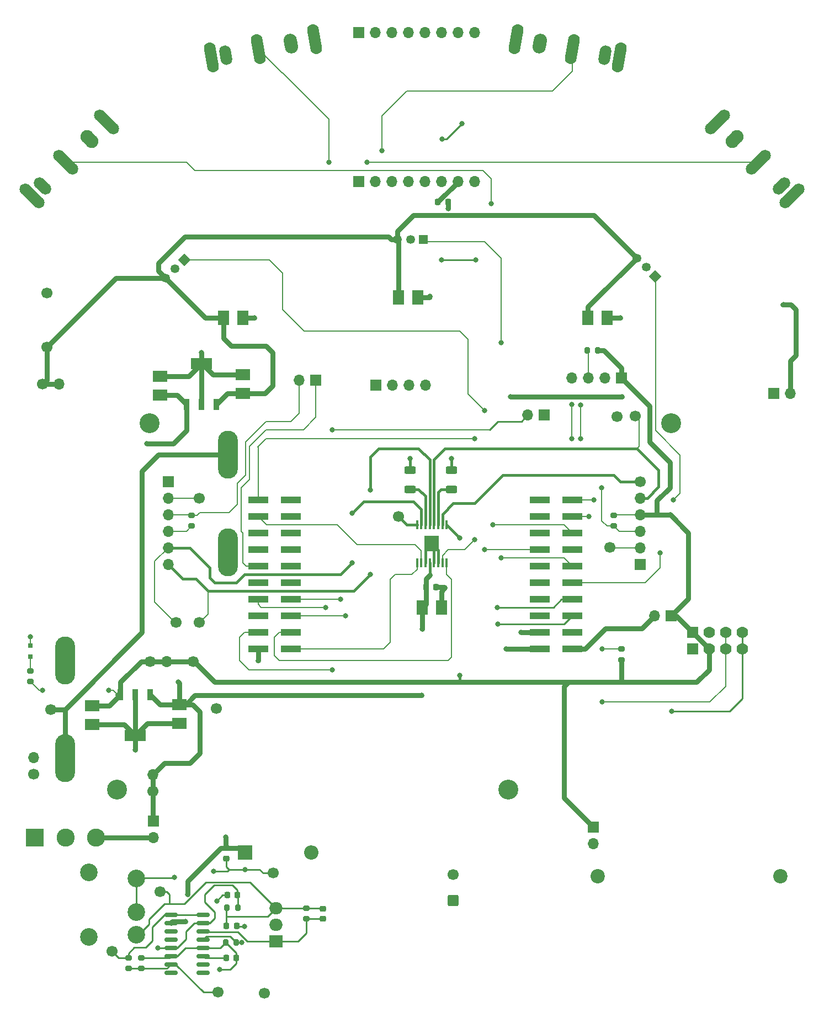
<source format=gtl>
G04 #@! TF.GenerationSoftware,KiCad,Pcbnew,8.0.7*
G04 #@! TF.CreationDate,2025-10-03T10:30:52-04:00*
G04 #@! TF.ProjectId,MotorBoardv3_2,4d6f746f-7242-46f6-9172-6476335f322e,V2.0.2b*
G04 #@! TF.SameCoordinates,Original*
G04 #@! TF.FileFunction,Copper,L1,Top*
G04 #@! TF.FilePolarity,Positive*
%FSLAX46Y46*%
G04 Gerber Fmt 4.6, Leading zero omitted, Abs format (unit mm)*
G04 Created by KiCad (PCBNEW 8.0.7) date 2025-10-03 10:30:52*
%MOMM*%
%LPD*%
G01*
G04 APERTURE LIST*
G04 Aperture macros list*
%AMRoundRect*
0 Rectangle with rounded corners*
0 $1 Rounding radius*
0 $2 $3 $4 $5 $6 $7 $8 $9 X,Y pos of 4 corners*
0 Add a 4 corners polygon primitive as box body*
4,1,4,$2,$3,$4,$5,$6,$7,$8,$9,$2,$3,0*
0 Add four circle primitives for the rounded corners*
1,1,$1+$1,$2,$3*
1,1,$1+$1,$4,$5*
1,1,$1+$1,$6,$7*
1,1,$1+$1,$8,$9*
0 Add four rect primitives between the rounded corners*
20,1,$1+$1,$2,$3,$4,$5,0*
20,1,$1+$1,$4,$5,$6,$7,0*
20,1,$1+$1,$6,$7,$8,$9,0*
20,1,$1+$1,$8,$9,$2,$3,0*%
%AMHorizOval*
0 Thick line with rounded ends*
0 $1 width*
0 $2 $3 position (X,Y) of the first rounded end (center of the circle)*
0 $4 $5 position (X,Y) of the second rounded end (center of the circle)*
0 Add line between two ends*
20,1,$1,$2,$3,$4,$5,0*
0 Add two circle primitives to create the rounded ends*
1,1,$1,$2,$3*
1,1,$1,$4,$5*%
%AMRotRect*
0 Rectangle, with rotation*
0 The origin of the aperture is its center*
0 $1 length*
0 $2 width*
0 $3 Rotation angle, in degrees counterclockwise*
0 Add horizontal line*
21,1,$1,$2,0,0,$3*%
G04 Aperture macros list end*
G04 #@! TA.AperFunction,SMDPad,CuDef*
%ADD10R,0.800000X0.800000*%
G04 #@! TD*
G04 #@! TA.AperFunction,ComponentPad*
%ADD11C,1.700000*%
G04 #@! TD*
G04 #@! TA.AperFunction,ComponentPad*
%ADD12R,1.700000X1.700000*%
G04 #@! TD*
G04 #@! TA.AperFunction,ComponentPad*
%ADD13O,1.700000X1.700000*%
G04 #@! TD*
G04 #@! TA.AperFunction,ComponentPad*
%ADD14HorizOval,2.032000X0.088213X-0.500282X-0.088213X0.500282X0*%
G04 #@! TD*
G04 #@! TA.AperFunction,ComponentPad*
%ADD15HorizOval,1.778000X0.110267X-0.625353X-0.110267X0.625353X0*%
G04 #@! TD*
G04 #@! TA.AperFunction,ComponentPad*
%ADD16HorizOval,1.778000X0.253613X-1.438312X-0.253613X1.438312X0*%
G04 #@! TD*
G04 #@! TA.AperFunction,SMDPad,CuDef*
%ADD17RoundRect,0.200000X-0.200000X-0.275000X0.200000X-0.275000X0.200000X0.275000X-0.200000X0.275000X0*%
G04 #@! TD*
G04 #@! TA.AperFunction,SMDPad,CuDef*
%ADD18RoundRect,0.225000X-0.225000X-0.250000X0.225000X-0.250000X0.225000X0.250000X-0.225000X0.250000X0*%
G04 #@! TD*
G04 #@! TA.AperFunction,SMDPad,CuDef*
%ADD19RoundRect,0.200000X0.200000X0.275000X-0.200000X0.275000X-0.200000X-0.275000X0.200000X-0.275000X0*%
G04 #@! TD*
G04 #@! TA.AperFunction,SMDPad,CuDef*
%ADD20RoundRect,0.200000X0.275000X-0.200000X0.275000X0.200000X-0.275000X0.200000X-0.275000X-0.200000X0*%
G04 #@! TD*
G04 #@! TA.AperFunction,ComponentPad*
%ADD21RoundRect,0.250000X0.600000X-0.600000X0.600000X0.600000X-0.600000X0.600000X-0.600000X-0.600000X0*%
G04 #@! TD*
G04 #@! TA.AperFunction,SMDPad,CuDef*
%ADD22R,2.300000X1.800000*%
G04 #@! TD*
G04 #@! TA.AperFunction,SMDPad,CuDef*
%ADD23RoundRect,0.225000X-0.250000X0.225000X-0.250000X-0.225000X0.250000X-0.225000X0.250000X0.225000X0*%
G04 #@! TD*
G04 #@! TA.AperFunction,ComponentPad*
%ADD24R,2.200000X2.200000*%
G04 #@! TD*
G04 #@! TA.AperFunction,ComponentPad*
%ADD25O,2.200000X2.200000*%
G04 #@! TD*
G04 #@! TA.AperFunction,SMDPad,CuDef*
%ADD26RoundRect,0.225000X0.225000X0.250000X-0.225000X0.250000X-0.225000X-0.250000X0.225000X-0.250000X0*%
G04 #@! TD*
G04 #@! TA.AperFunction,ComponentPad*
%ADD27RotRect,1.350000X1.350000X135.000000*%
G04 #@! TD*
G04 #@! TA.AperFunction,ComponentPad*
%ADD28C,1.350000*%
G04 #@! TD*
G04 #@! TA.AperFunction,SMDPad,CuDef*
%ADD29R,1.800000X2.300000*%
G04 #@! TD*
G04 #@! TA.AperFunction,ComponentPad*
%ADD30R,2.000000X1.905000*%
G04 #@! TD*
G04 #@! TA.AperFunction,ComponentPad*
%ADD31O,2.000000X1.905000*%
G04 #@! TD*
G04 #@! TA.AperFunction,ComponentPad*
%ADD32R,2.775000X2.775000*%
G04 #@! TD*
G04 #@! TA.AperFunction,ComponentPad*
%ADD33C,2.775000*%
G04 #@! TD*
G04 #@! TA.AperFunction,SMDPad,CuDef*
%ADD34RoundRect,0.200000X-0.275000X0.200000X-0.275000X-0.200000X0.275000X-0.200000X0.275000X0.200000X0*%
G04 #@! TD*
G04 #@! TA.AperFunction,ComponentPad*
%ADD35RotRect,1.350000X1.350000X225.000000*%
G04 #@! TD*
G04 #@! TA.AperFunction,ComponentPad*
%ADD36HorizOval,2.032000X0.359210X-0.359210X-0.359210X0.359210X0*%
G04 #@! TD*
G04 #@! TA.AperFunction,ComponentPad*
%ADD37HorizOval,1.778000X0.449013X-0.449013X-0.449013X0.449013X0*%
G04 #@! TD*
G04 #@! TA.AperFunction,ComponentPad*
%ADD38HorizOval,1.778000X1.032729X-1.032729X-1.032729X1.032729X0*%
G04 #@! TD*
G04 #@! TA.AperFunction,SMDPad,CuDef*
%ADD39R,3.150000X1.000000*%
G04 #@! TD*
G04 #@! TA.AperFunction,SMDPad,CuDef*
%ADD40R,0.450000X1.475000*%
G04 #@! TD*
G04 #@! TA.AperFunction,SMDPad,CuDef*
%ADD41R,2.310000X2.460000*%
G04 #@! TD*
G04 #@! TA.AperFunction,SMDPad,CuDef*
%ADD42RoundRect,0.150000X-0.825000X-0.150000X0.825000X-0.150000X0.825000X0.150000X-0.825000X0.150000X0*%
G04 #@! TD*
G04 #@! TA.AperFunction,ComponentPad*
%ADD43C,2.700000*%
G04 #@! TD*
G04 #@! TA.AperFunction,ComponentPad*
%ADD44C,3.048000*%
G04 #@! TD*
G04 #@! TA.AperFunction,ComponentPad*
%ADD45O,3.048000X7.366000*%
G04 #@! TD*
G04 #@! TA.AperFunction,ComponentPad*
%ADD46R,1.350000X1.350000*%
G04 #@! TD*
G04 #@! TA.AperFunction,SMDPad,CuDef*
%ADD47RoundRect,0.250000X0.625000X-0.312500X0.625000X0.312500X-0.625000X0.312500X-0.625000X-0.312500X0*%
G04 #@! TD*
G04 #@! TA.AperFunction,ComponentPad*
%ADD48R,1.778000X1.778000*%
G04 #@! TD*
G04 #@! TA.AperFunction,ComponentPad*
%ADD49C,1.778000*%
G04 #@! TD*
G04 #@! TA.AperFunction,SMDPad,CuDef*
%ADD50R,0.950000X1.750000*%
G04 #@! TD*
G04 #@! TA.AperFunction,SMDPad,CuDef*
%ADD51R,3.200000X1.750000*%
G04 #@! TD*
G04 #@! TA.AperFunction,WasherPad*
%ADD52C,2.200000*%
G04 #@! TD*
G04 #@! TA.AperFunction,ComponentPad*
%ADD53HorizOval,2.032000X-0.359210X-0.359210X0.359210X0.359210X0*%
G04 #@! TD*
G04 #@! TA.AperFunction,ComponentPad*
%ADD54HorizOval,1.778000X-0.449013X-0.449013X0.449013X0.449013X0*%
G04 #@! TD*
G04 #@! TA.AperFunction,ComponentPad*
%ADD55HorizOval,1.778000X-1.032729X-1.032729X1.032729X1.032729X0*%
G04 #@! TD*
G04 #@! TA.AperFunction,ComponentPad*
%ADD56HorizOval,2.032000X-0.088213X-0.500282X0.088213X0.500282X0*%
G04 #@! TD*
G04 #@! TA.AperFunction,ComponentPad*
%ADD57HorizOval,1.778000X-0.110267X-0.625353X0.110267X0.625353X0*%
G04 #@! TD*
G04 #@! TA.AperFunction,ComponentPad*
%ADD58HorizOval,1.778000X-0.253613X-1.438312X0.253613X1.438312X0*%
G04 #@! TD*
G04 #@! TA.AperFunction,ViaPad*
%ADD59C,0.800000*%
G04 #@! TD*
G04 #@! TA.AperFunction,ViaPad*
%ADD60C,1.270000*%
G04 #@! TD*
G04 #@! TA.AperFunction,Conductor*
%ADD61C,0.750000*%
G04 #@! TD*
G04 #@! TA.AperFunction,Conductor*
%ADD62C,0.250000*%
G04 #@! TD*
G04 #@! TA.AperFunction,Conductor*
%ADD63C,0.400000*%
G04 #@! TD*
G04 #@! TA.AperFunction,Conductor*
%ADD64C,0.200000*%
G04 #@! TD*
G04 #@! TA.AperFunction,Conductor*
%ADD65C,0.150000*%
G04 #@! TD*
G04 #@! TA.AperFunction,Conductor*
%ADD66C,0.127000*%
G04 #@! TD*
G04 #@! TA.AperFunction,Conductor*
%ADD67C,0.450000*%
G04 #@! TD*
G04 APERTURE END LIST*
D10*
X50165000Y-120142000D03*
X50165000Y-121792000D03*
D11*
X72517000Y-116586000D03*
D12*
X69088000Y-147066000D03*
D13*
X69088000Y-149606000D03*
D14*
X90131412Y-27752934D03*
D15*
X80125765Y-29517199D03*
D16*
X85128588Y-28635066D03*
X93794899Y-27106962D03*
X77939492Y-29902698D03*
D17*
X80315000Y-160360000D03*
X81965000Y-160360000D03*
D18*
X80230000Y-168090000D03*
X81780000Y-168090000D03*
D19*
X137212000Y-74830000D03*
X135562000Y-74830000D03*
D20*
X67210000Y-169685000D03*
X67210000Y-168035000D03*
D11*
X78740000Y-129794000D03*
D21*
X115035000Y-159260000D03*
D11*
X115035000Y-155260000D03*
D22*
X73025000Y-129180000D03*
X73025000Y-132080000D03*
D12*
X100510000Y-48920000D03*
D13*
X118290000Y-48920000D03*
X105590000Y-48920000D03*
X108130000Y-48920000D03*
X110670000Y-48920000D03*
X113210000Y-48920000D03*
X108130000Y-26060000D03*
X105590000Y-26060000D03*
D12*
X100510000Y-26060000D03*
D13*
X103050000Y-48920000D03*
X103050000Y-26060000D03*
X110670000Y-26060000D03*
X118290000Y-26060000D03*
X115750000Y-48920000D03*
X113210000Y-26060000D03*
X115750000Y-26060000D03*
D23*
X95060000Y-160525000D03*
X95060000Y-162075000D03*
D24*
X83075000Y-151920000D03*
D25*
X93235000Y-151920000D03*
D26*
X81905000Y-158440000D03*
X80355000Y-158440000D03*
D27*
X146050000Y-63500000D03*
D28*
X144635786Y-62085786D03*
X143221573Y-60671573D03*
D29*
X135710000Y-69850000D03*
X138610000Y-69850000D03*
D11*
X68961000Y-142499000D03*
D13*
X68961000Y-139959000D03*
D11*
X106680000Y-100330000D03*
D29*
X79830000Y-69850000D03*
X82730000Y-69850000D03*
D30*
X87845000Y-165510000D03*
D31*
X87845000Y-162970000D03*
X87845000Y-160430000D03*
D11*
X143006000Y-84914000D03*
D32*
X50863500Y-149606000D03*
D33*
X55563500Y-149606000D03*
X60263500Y-149606000D03*
D34*
X139700000Y-100140000D03*
X139700000Y-101790000D03*
D18*
X80265000Y-163120000D03*
X81815000Y-163120000D03*
D11*
X52705000Y-66040000D03*
X140187000Y-84980000D03*
D22*
X70104000Y-81714000D03*
X70104000Y-78814000D03*
D18*
X112682000Y-52050000D03*
X114232000Y-52050000D03*
X110845000Y-111125000D03*
X112395000Y-111125000D03*
D12*
X93980000Y-79375000D03*
D13*
X91440000Y-79375000D03*
D35*
X73768949Y-60914872D03*
D28*
X72354735Y-62329086D03*
X70940522Y-63743299D03*
D11*
X52705000Y-74295000D03*
D36*
X59200051Y-42399949D03*
D37*
X52015846Y-49584154D03*
D38*
X55607949Y-45992051D03*
X61830488Y-39769512D03*
X50446069Y-51153931D03*
D12*
X140827000Y-79060000D03*
D13*
X138287000Y-79060000D03*
X135747000Y-79060000D03*
X133207000Y-79060000D03*
D39*
X90170000Y-120650000D03*
X85120000Y-120650000D03*
X90170000Y-118110000D03*
X85120000Y-118110000D03*
X90170000Y-115570000D03*
X85120000Y-115570000D03*
X90170000Y-113030000D03*
X85120000Y-113030000D03*
X90170000Y-110490000D03*
X85120000Y-110490000D03*
X90170000Y-107950000D03*
X85120000Y-107950000D03*
X90170000Y-105410000D03*
X85120000Y-105410000D03*
X90170000Y-102870000D03*
X85120000Y-102870000D03*
X90170000Y-100330000D03*
X85120000Y-100330000D03*
X90170000Y-97790000D03*
X85120000Y-97790000D03*
D40*
X114035000Y-101557000D03*
X113385000Y-101557000D03*
X112735000Y-101557000D03*
X112085000Y-101557000D03*
X111435000Y-101557000D03*
X110785000Y-101557000D03*
X110135000Y-101557000D03*
X109485000Y-101557000D03*
X109485000Y-107433000D03*
X110135000Y-107433000D03*
X110785000Y-107433000D03*
X111435000Y-107433000D03*
X112085000Y-107433000D03*
X112735000Y-107433000D03*
X113385000Y-107433000D03*
X114035000Y-107433000D03*
D41*
X111760000Y-104495000D03*
D22*
X59690000Y-129360000D03*
X59690000Y-132260000D03*
D42*
X71735000Y-161415000D03*
X71735000Y-162685000D03*
X71735000Y-163955000D03*
X71735000Y-165225000D03*
X71735000Y-166495000D03*
X71735000Y-167765000D03*
X71735000Y-169035000D03*
X71735000Y-170305000D03*
X76685000Y-170305000D03*
X76685000Y-169035000D03*
X76685000Y-167765000D03*
X76685000Y-166495000D03*
X76685000Y-165225000D03*
X76685000Y-163955000D03*
X76685000Y-162685000D03*
X76685000Y-161415000D03*
D43*
X66437000Y-164470000D03*
X66437000Y-155870000D03*
X66437000Y-161070000D03*
X59137000Y-154970000D03*
X59137000Y-164870000D03*
D39*
X133350000Y-120650000D03*
X128300000Y-120650000D03*
X133350000Y-118110000D03*
X128300000Y-118110000D03*
X133350000Y-115570000D03*
X128300000Y-115570000D03*
X133350000Y-113030000D03*
X128300000Y-113030000D03*
X133350000Y-110490000D03*
X128300000Y-110490000D03*
X133350000Y-107950000D03*
X128300000Y-107950000D03*
X133350000Y-105410000D03*
X128300000Y-105410000D03*
X133350000Y-102870000D03*
X128300000Y-102870000D03*
X133350000Y-100330000D03*
X128300000Y-100330000D03*
X133350000Y-97790000D03*
X128300000Y-97790000D03*
D11*
X139065000Y-105048000D03*
D17*
X80110000Y-165650000D03*
X81760000Y-165650000D03*
D12*
X103187000Y-80140000D03*
D13*
X105727000Y-80140000D03*
X108267000Y-80140000D03*
X110807000Y-80140000D03*
D34*
X50165000Y-124016000D03*
X50165000Y-125666000D03*
D29*
X110310000Y-114300000D03*
X113210000Y-114300000D03*
D12*
X148463000Y-115570000D03*
D13*
X145923000Y-115570000D03*
D11*
X70057000Y-157920000D03*
X68580000Y-122555000D03*
D13*
X71120000Y-122555000D03*
D12*
X136525000Y-147955000D03*
D13*
X136525000Y-150495000D03*
D44*
X63500000Y-142250000D03*
X123500000Y-142250000D03*
X148500000Y-86050000D03*
X68500000Y-86050000D03*
D45*
X55500000Y-137450000D03*
X55500000Y-122450000D03*
X80500000Y-105850000D03*
X80500000Y-90850000D03*
D12*
X71297800Y-94950000D03*
D13*
X71297800Y-97490000D03*
X71297800Y-100030000D03*
X71297800Y-102570000D03*
X71297800Y-105110000D03*
X71297800Y-107650000D03*
D12*
X143687800Y-107650000D03*
D13*
X143687800Y-105110000D03*
X143687800Y-102570000D03*
X143687800Y-100030000D03*
X143687800Y-97490000D03*
D11*
X143687800Y-94950000D03*
X78987000Y-173320000D03*
X86087000Y-173460000D03*
D23*
X80190000Y-151245000D03*
X80190000Y-152795000D03*
D20*
X140843000Y-122300000D03*
X140843000Y-120650000D03*
D34*
X92475000Y-160415000D03*
X92475000Y-162065000D03*
D46*
X110490000Y-57785000D03*
D28*
X108490000Y-57785000D03*
X106490000Y-57785000D03*
D11*
X87427000Y-155030000D03*
D47*
X114808000Y-96143000D03*
X114808000Y-93218000D03*
D48*
X151765000Y-120650000D03*
D49*
X154305000Y-120650000D03*
X156845000Y-120650000D03*
X159385000Y-120650000D03*
D48*
X151765000Y-118110000D03*
D49*
X154305000Y-118110000D03*
X156845000Y-118110000D03*
X159385000Y-118110000D03*
D11*
X76073000Y-116586000D03*
D12*
X164211000Y-81407000D03*
D13*
X166751000Y-81407000D03*
D50*
X74140000Y-83135000D03*
X76440000Y-83135000D03*
X78740000Y-83135000D03*
D51*
X76440000Y-76835000D03*
D34*
X74930000Y-100140000D03*
X74930000Y-101790000D03*
D47*
X108458000Y-96143000D03*
X108458000Y-93218000D03*
D29*
X106680000Y-66675000D03*
X109580000Y-66675000D03*
D22*
X82804000Y-81460000D03*
X82804000Y-78560000D03*
D11*
X76073000Y-97536000D03*
X53340000Y-129940000D03*
D34*
X65210000Y-168035000D03*
X65210000Y-169685000D03*
D52*
X137207000Y-155560000D03*
X165207000Y-155560000D03*
D50*
X68580000Y-127660000D03*
X66280000Y-127660000D03*
X63980000Y-127660000D03*
D51*
X66280000Y-133960000D03*
D11*
X50673000Y-139827000D03*
D13*
X50673000Y-137287000D03*
D12*
X129032000Y-84770000D03*
D13*
X126492000Y-84770000D03*
D11*
X62707000Y-167030000D03*
X75184000Y-122555000D03*
X52070000Y-80010000D03*
D13*
X54610000Y-80010000D03*
D53*
X158223949Y-42399949D03*
D54*
X165408154Y-49584154D03*
D55*
X161816051Y-45992051D03*
X155593512Y-39769512D03*
X166977931Y-51153931D03*
D56*
X128333988Y-27752934D03*
D57*
X138339635Y-29517199D03*
D58*
X133336812Y-28635066D03*
X124670501Y-27106962D03*
X140525908Y-29902698D03*
D59*
X50165000Y-118745000D03*
X114808000Y-91440000D03*
X116387000Y-40030000D03*
X84582000Y-69850000D03*
X76440000Y-75198000D03*
X140716000Y-69850000D03*
X114257000Y-53050000D03*
X113792000Y-111252000D03*
X113257000Y-60980000D03*
X113357000Y-42430000D03*
X78760000Y-159300000D03*
X125476000Y-118110000D03*
D60*
X111760000Y-104495000D03*
D59*
X111506000Y-66548000D03*
X66294000Y-136144000D03*
X79180000Y-169850000D03*
X118477000Y-60980000D03*
X85120000Y-122398000D03*
X108458000Y-91440000D03*
X116078000Y-103600000D03*
X62230000Y-127000000D03*
X52070000Y-127000000D03*
X116078000Y-124714000D03*
X95504000Y-114300000D03*
X96012000Y-45974000D03*
X121810000Y-114260000D03*
X148844000Y-97790000D03*
X146812000Y-105918000D03*
X122428000Y-73660000D03*
X122428000Y-106680000D03*
X120904000Y-52324000D03*
X121158000Y-101600000D03*
X133247000Y-83150000D03*
X133267000Y-88410000D03*
X135890000Y-100330000D03*
X137922000Y-128778000D03*
X137922000Y-120650000D03*
X136652000Y-97790000D03*
X134617000Y-83200000D03*
X134597000Y-88390000D03*
X148590000Y-130175000D03*
X96520000Y-123825000D03*
X96520000Y-86995000D03*
X118364000Y-88392000D03*
X118364000Y-103886000D03*
X119888000Y-84074000D03*
X119888000Y-105410000D03*
X104140000Y-44196000D03*
X98552000Y-115570000D03*
X101854000Y-45974000D03*
X97790000Y-113030000D03*
X165710000Y-67818000D03*
X73990000Y-162460000D03*
X74340000Y-158310000D03*
X80175000Y-149555000D03*
X68072000Y-89154000D03*
X110310000Y-117602000D03*
X72898000Y-125730000D03*
X110236000Y-127762000D03*
X102362000Y-96266000D03*
X102362000Y-109220000D03*
X99568000Y-99822000D03*
X99568000Y-107442000D03*
X121910000Y-116860000D03*
X140970000Y-81915000D03*
X123825000Y-81915000D03*
X123190000Y-120650000D03*
X137795000Y-95885000D03*
X72230000Y-155720000D03*
X83000000Y-163210000D03*
X82640000Y-165650000D03*
X78270000Y-154790000D03*
X83100000Y-154530000D03*
X69687000Y-166510000D03*
D61*
X114232000Y-53025000D02*
X114257000Y-53050000D01*
D62*
X71465000Y-168035000D02*
X71735000Y-167765000D01*
D61*
X128300000Y-118110000D02*
X125476000Y-118110000D01*
X59690000Y-132260000D02*
X64580000Y-132260000D01*
D62*
X79180000Y-169850000D02*
X80800000Y-169850000D01*
X128333988Y-27752934D02*
X127447934Y-27752934D01*
D61*
X138610000Y-69850000D02*
X140716000Y-69850000D01*
D62*
X81780000Y-167320000D02*
X80110000Y-165650000D01*
D63*
X111353000Y-104902000D02*
X111760000Y-104495000D01*
X112085000Y-104820000D02*
X111760000Y-104495000D01*
D61*
X66280000Y-127660000D02*
X66280000Y-133960000D01*
X70104000Y-78814000D02*
X74461000Y-78814000D01*
D62*
X73979999Y-166495000D02*
X76685000Y-166495000D01*
D61*
X113665000Y-111125000D02*
X113792000Y-111252000D01*
X76440000Y-76835000D02*
X76440000Y-75198000D01*
D62*
X113257000Y-60980000D02*
X118477000Y-60980000D01*
D61*
X78165000Y-78560000D02*
X76440000Y-76835000D01*
D62*
X79265000Y-166495000D02*
X80110000Y-165650000D01*
D61*
X85120000Y-120650000D02*
X85120000Y-122398000D01*
X64580000Y-132260000D02*
X66280000Y-133960000D01*
D62*
X81780000Y-168090000D02*
X81780000Y-167320000D01*
X80355000Y-158440000D02*
X79620000Y-158440000D01*
X80800000Y-169850000D02*
X81780000Y-168870000D01*
D63*
X112735000Y-105470000D02*
X112735000Y-107433000D01*
D61*
X113210000Y-114300000D02*
X113210000Y-111834000D01*
X66280000Y-133960000D02*
X66280000Y-136130000D01*
D63*
X111760000Y-104495000D02*
X112735000Y-105470000D01*
D62*
X67210000Y-168035000D02*
X71465000Y-168035000D01*
D63*
X111252000Y-104902000D02*
X111353000Y-104902000D01*
D61*
X76454000Y-75184000D02*
X76440000Y-75198000D01*
D63*
X110785000Y-107433000D02*
X110785000Y-105470000D01*
X114808000Y-93218000D02*
X114808000Y-91440000D01*
D62*
X113357000Y-42430000D02*
X113987000Y-42430000D01*
D61*
X82730000Y-69850000D02*
X84582000Y-69850000D01*
X66280000Y-136130000D02*
X66294000Y-136144000D01*
D62*
X72709999Y-167765000D02*
X73979999Y-166495000D01*
D63*
X112085000Y-107433000D02*
X112085000Y-104820000D01*
D62*
X113987000Y-42430000D02*
X116387000Y-40030000D01*
D61*
X109580000Y-66675000D02*
X111379000Y-66675000D01*
D62*
X76685000Y-166495000D02*
X79265000Y-166495000D01*
D64*
X50165000Y-120142000D02*
X50165000Y-118745000D01*
D63*
X111252000Y-105003000D02*
X111252000Y-104902000D01*
D61*
X76440000Y-83135000D02*
X76440000Y-76835000D01*
D63*
X108458000Y-93218000D02*
X108458000Y-91440000D01*
D61*
X74461000Y-78814000D02*
X76440000Y-76835000D01*
X82804000Y-78560000D02*
X78165000Y-78560000D01*
X68160000Y-132080000D02*
X66280000Y-133960000D01*
D62*
X79620000Y-158440000D02*
X78760000Y-159300000D01*
D61*
X113210000Y-111834000D02*
X113792000Y-111252000D01*
X85090000Y-122428000D02*
X85120000Y-122398000D01*
X114232000Y-52050000D02*
X114232000Y-53025000D01*
D62*
X81780000Y-168870000D02*
X81780000Y-168090000D01*
D61*
X111379000Y-66675000D02*
X111506000Y-66548000D01*
D62*
X71735000Y-167765000D02*
X72709999Y-167765000D01*
D61*
X73025000Y-132080000D02*
X68160000Y-132080000D01*
D63*
X110785000Y-105470000D02*
X111252000Y-105003000D01*
D61*
X112395000Y-111125000D02*
X113665000Y-111125000D01*
X146297000Y-100030000D02*
X146297000Y-97860000D01*
X154305000Y-120650000D02*
X154305000Y-123825000D01*
X140827000Y-77530000D02*
X138127000Y-74830000D01*
X151130000Y-102870000D02*
X151130000Y-112903000D01*
X148255000Y-100030000D02*
X148272500Y-100012500D01*
X146297000Y-100030000D02*
X148255000Y-100030000D01*
D64*
X52070000Y-127000000D02*
X51499000Y-127000000D01*
D61*
X151130000Y-112903000D02*
X148463000Y-115570000D01*
D65*
X143687800Y-100030000D02*
X139810000Y-100030000D01*
D61*
X116332000Y-125730000D02*
X132715000Y-125730000D01*
X148267000Y-95890000D02*
X148267000Y-95470000D01*
X148267000Y-95470000D02*
X148307000Y-95430000D01*
X148307000Y-92040000D02*
X145147000Y-88880000D01*
X67183000Y-122555000D02*
X68580000Y-122555000D01*
X145147000Y-88880000D02*
X145147000Y-83380000D01*
D63*
X116078000Y-124714000D02*
X116078000Y-125476000D01*
D61*
X71120000Y-122555000D02*
X68580000Y-122555000D01*
X115750000Y-48982000D02*
X112682000Y-52050000D01*
X75311000Y-122555000D02*
X78486000Y-125730000D01*
X78486000Y-125730000D02*
X116332000Y-125730000D01*
X71120000Y-122555000D02*
X75311000Y-122555000D01*
X145147000Y-83380000D02*
X140827000Y-79060000D01*
X62280000Y-129360000D02*
X63980000Y-127660000D01*
X132080000Y-126365000D02*
X132715000Y-125730000D01*
D65*
X139810000Y-100030000D02*
X139700000Y-100140000D01*
D61*
X132080000Y-143510000D02*
X132080000Y-126365000D01*
D63*
X116078000Y-103600000D02*
X114035000Y-101557000D01*
D61*
X140843000Y-122300000D02*
X140843000Y-125603000D01*
X148463000Y-115570000D02*
X149225000Y-115570000D01*
X140843000Y-125603000D02*
X140970000Y-125730000D01*
X136525000Y-147955000D02*
X132080000Y-143510000D01*
D63*
X116078000Y-125476000D02*
X116332000Y-125730000D01*
D61*
X63980000Y-127660000D02*
X63980000Y-125758000D01*
X146297000Y-97860000D02*
X148267000Y-95890000D01*
D65*
X74150000Y-102570000D02*
X74930000Y-101790000D01*
D61*
X140827000Y-79060000D02*
X140827000Y-77530000D01*
X132715000Y-125730000D02*
X140970000Y-125730000D01*
X152400000Y-125730000D02*
X154305000Y-123825000D01*
D64*
X62865000Y-127000000D02*
X62230000Y-127000000D01*
X51499000Y-127000000D02*
X50165000Y-125666000D01*
D61*
X59690000Y-129360000D02*
X62280000Y-129360000D01*
D64*
X63525000Y-127660000D02*
X62865000Y-127000000D01*
D61*
X115750000Y-48920000D02*
X115750000Y-48982000D01*
X140970000Y-125730000D02*
X152400000Y-125730000D01*
X148272500Y-100012500D02*
X151130000Y-102870000D01*
X148307000Y-95430000D02*
X148307000Y-92040000D01*
X138127000Y-74830000D02*
X137212000Y-74830000D01*
X149225000Y-115570000D02*
X151765000Y-118110000D01*
X143500000Y-100030000D02*
X146297000Y-100030000D01*
X63980000Y-125758000D02*
X67183000Y-122555000D01*
X151765000Y-118110000D02*
X154305000Y-120650000D01*
X59690000Y-129360000D02*
X59690000Y-129032000D01*
D65*
X71297800Y-102570000D02*
X74150000Y-102570000D01*
D61*
X63980000Y-127660000D02*
X63525000Y-127660000D01*
D64*
X96012000Y-39370000D02*
X88900000Y-32258000D01*
X88900000Y-32258000D02*
X88751522Y-32258000D01*
X88751522Y-32258000D02*
X85128588Y-28635066D01*
X85598000Y-114300000D02*
X85120000Y-113822000D01*
X95504000Y-114300000D02*
X85598000Y-114300000D01*
X96012000Y-45974000D02*
X96012000Y-39370000D01*
X85120000Y-113822000D02*
X85120000Y-113030000D01*
D66*
X86360000Y-86995000D02*
X83820000Y-89535000D01*
X93980000Y-79375000D02*
X93980000Y-85090000D01*
X92075000Y-86995000D02*
X86360000Y-86995000D01*
D65*
X85120000Y-107950000D02*
X83312000Y-107950000D01*
D66*
X93980000Y-85090000D02*
X92075000Y-86995000D01*
X82550000Y-102616000D02*
X82804000Y-102870000D01*
D65*
X83312000Y-107950000D02*
X82804000Y-107442000D01*
D62*
X86360000Y-107950000D02*
X85090000Y-107950000D01*
D65*
X82804000Y-107442000D02*
X82804000Y-102870000D01*
D66*
X82550000Y-95885000D02*
X82550000Y-102616000D01*
X83820000Y-94615000D02*
X82550000Y-95885000D01*
X83820000Y-89535000D02*
X83820000Y-94615000D01*
D62*
X86360000Y-102870000D02*
X85090000Y-102870000D01*
D64*
X133350000Y-118110000D02*
X132080000Y-118110000D01*
D62*
X130410000Y-114260000D02*
X131640000Y-113030000D01*
X130410000Y-114260000D02*
X121810000Y-114260000D01*
X131640000Y-113030000D02*
X133350000Y-113030000D01*
D64*
X144526000Y-110490000D02*
X146812000Y-108204000D01*
X148844000Y-97790000D02*
X149860000Y-96774000D01*
X133350000Y-110490000D02*
X144526000Y-110490000D01*
X146087000Y-63537000D02*
X146050000Y-63500000D01*
X149860000Y-96774000D02*
X149860000Y-90932000D01*
X149860000Y-90932000D02*
X146087000Y-87159000D01*
X146087000Y-87159000D02*
X146087000Y-63537000D01*
X146812000Y-108204000D02*
X146812000Y-105918000D01*
X119888000Y-58166000D02*
X110871000Y-58166000D01*
X122428000Y-60706000D02*
X119888000Y-58166000D01*
X133350000Y-107950000D02*
X132080000Y-106680000D01*
X110871000Y-58166000D02*
X110490000Y-57785000D01*
X132080000Y-106680000D02*
X122428000Y-106680000D01*
X122428000Y-73660000D02*
X122428000Y-60706000D01*
X133350000Y-102870000D02*
X132080000Y-101600000D01*
X120904000Y-52324000D02*
X120904000Y-48514000D01*
X120904000Y-48514000D02*
X119634000Y-47244000D01*
X74149949Y-45992051D02*
X55607949Y-45992051D01*
X74168000Y-45974000D02*
X74149949Y-45992051D01*
X119634000Y-47244000D02*
X75438000Y-47244000D01*
X75438000Y-47244000D02*
X74168000Y-45974000D01*
X132080000Y-101600000D02*
X121158000Y-101600000D01*
X137922000Y-128778000D02*
X154432000Y-128778000D01*
X156845000Y-126365000D02*
X156845000Y-120650000D01*
X133350000Y-100330000D02*
X135890000Y-100330000D01*
X133267000Y-88410000D02*
X133267000Y-83170000D01*
X154432000Y-128778000D02*
X156845000Y-126365000D01*
X133267000Y-83170000D02*
X133247000Y-83150000D01*
X156845000Y-120650000D02*
X156845000Y-118110000D01*
X140843000Y-120650000D02*
X137922000Y-120650000D01*
D62*
X148590000Y-130175000D02*
X157480000Y-130175000D01*
X159385000Y-128270000D02*
X159385000Y-120650000D01*
X159385000Y-120650000D02*
X159385000Y-118110000D01*
D64*
X134597000Y-88390000D02*
X134617000Y-88370000D01*
X135747000Y-79060000D02*
X135747000Y-75015000D01*
X134617000Y-88370000D02*
X134617000Y-83200000D01*
D62*
X157480000Y-130175000D02*
X159385000Y-128270000D01*
D64*
X135747000Y-75015000D02*
X135562000Y-74830000D01*
X133350000Y-97790000D02*
X136652000Y-97790000D01*
X85120000Y-118110000D02*
X83058000Y-118110000D01*
D62*
X121920000Y-85725000D02*
X120650000Y-86995000D01*
D64*
X82296000Y-122428000D02*
X83693000Y-123825000D01*
X83693000Y-123825000D02*
X96520000Y-123825000D01*
X82296000Y-118872000D02*
X82296000Y-122428000D01*
D62*
X125537000Y-85725000D02*
X126492000Y-84770000D01*
D64*
X83058000Y-118110000D02*
X82296000Y-118872000D01*
D62*
X121920000Y-85725000D02*
X125537000Y-85725000D01*
D64*
X120650000Y-86995000D02*
X96520000Y-86995000D01*
X100330000Y-104648000D02*
X97282000Y-101600000D01*
X109220000Y-104648000D02*
X100330000Y-104648000D01*
X110135000Y-107433000D02*
X110135000Y-105563000D01*
X110135000Y-105563000D02*
X109220000Y-104648000D01*
X86390000Y-101600000D02*
X85120000Y-100330000D01*
X97282000Y-101600000D02*
X86390000Y-101600000D01*
X116840000Y-105410000D02*
X118364000Y-103886000D01*
X85090000Y-89662000D02*
X85120000Y-89692000D01*
X118364000Y-88392000D02*
X86360000Y-88392000D01*
X86360000Y-88392000D02*
X85090000Y-89662000D01*
X113385000Y-107433000D02*
X113385000Y-106325000D01*
X113385000Y-106325000D02*
X114300000Y-105410000D01*
X114300000Y-105410000D02*
X116840000Y-105410000D01*
X85120000Y-89692000D02*
X85120000Y-97790000D01*
X117348000Y-81534000D02*
X117348000Y-73152000D01*
X117348000Y-73152000D02*
X116078000Y-71882000D01*
X88900000Y-62992000D02*
X86822872Y-60914872D01*
X116078000Y-71882000D02*
X92202000Y-71882000D01*
X119888000Y-84074000D02*
X117348000Y-81534000D01*
X86822872Y-60914872D02*
X73768949Y-60914872D01*
X128300000Y-105410000D02*
X119888000Y-105410000D01*
X92202000Y-71882000D02*
X88900000Y-68580000D01*
X88900000Y-68580000D02*
X88900000Y-62992000D01*
X109485000Y-107433000D02*
X109485000Y-108447000D01*
X109485000Y-108447000D02*
X108712000Y-109220000D01*
X105410000Y-119634000D02*
X104394000Y-120650000D01*
X106172000Y-109220000D02*
X105410000Y-109982000D01*
X105410000Y-109982000D02*
X105410000Y-119634000D01*
X104394000Y-120650000D02*
X90170000Y-120650000D01*
X108712000Y-109220000D02*
X106172000Y-109220000D01*
X114808000Y-121920000D02*
X114300000Y-122428000D01*
X114300000Y-122428000D02*
X88392000Y-122428000D01*
X114035000Y-107433000D02*
X114035000Y-109209000D01*
X88392000Y-122428000D02*
X87630000Y-121666000D01*
X88392000Y-118110000D02*
X90170000Y-118110000D01*
X114035000Y-109209000D02*
X114808000Y-109982000D01*
X114808000Y-109982000D02*
X114808000Y-121920000D01*
X87630000Y-121666000D02*
X87630000Y-118872000D01*
X87630000Y-118872000D02*
X88392000Y-118110000D01*
X107950000Y-35052000D02*
X130302000Y-35052000D01*
X90170000Y-115570000D02*
X98552000Y-115570000D01*
X133336812Y-32017188D02*
X133336812Y-28635066D01*
X104140000Y-44196000D02*
X104140000Y-38862000D01*
X104140000Y-38862000D02*
X107950000Y-35052000D01*
X130302000Y-35052000D02*
X133336812Y-32017188D01*
X101872051Y-45992051D02*
X161816051Y-45992051D01*
X90170000Y-113030000D02*
X97790000Y-113030000D01*
X101854000Y-45974000D02*
X101872051Y-45992051D01*
D61*
X79830000Y-72972000D02*
X79830000Y-69850000D01*
X86360000Y-74168000D02*
X81026000Y-74168000D01*
X106680000Y-66675000D02*
X106680000Y-57975000D01*
X135710000Y-69850000D02*
X135710000Y-68183146D01*
X82804000Y-81460000D02*
X80415000Y-81460000D01*
X106490000Y-56578000D02*
X108966000Y-54102000D01*
X166878000Y-67818000D02*
X165710000Y-67818000D01*
X52705000Y-74295000D02*
X52705000Y-79375000D01*
X105537000Y-57785000D02*
X106490000Y-57785000D01*
X105156000Y-57404000D02*
X105537000Y-57785000D01*
X70940522Y-63743299D02*
X69850000Y-62652777D01*
X73914000Y-57404000D02*
X105156000Y-57404000D01*
X86180000Y-81460000D02*
X87376000Y-80264000D01*
X69850000Y-62652777D02*
X69850000Y-61468000D01*
X167640000Y-75565000D02*
X167640000Y-68580000D01*
X69850000Y-61468000D02*
X73914000Y-57404000D01*
X52705000Y-79375000D02*
X52070000Y-80010000D01*
X87376000Y-80264000D02*
X87376000Y-75184000D01*
X166751000Y-76454000D02*
X167640000Y-75565000D01*
X80415000Y-81460000D02*
X78740000Y-83135000D01*
X87376000Y-75184000D02*
X86360000Y-74168000D01*
X106490000Y-57785000D02*
X106490000Y-56578000D01*
X108966000Y-54102000D02*
X136652000Y-54102000D01*
X167640000Y-68580000D02*
X166878000Y-67818000D01*
X165710000Y-67818000D02*
X165608000Y-67818000D01*
X70940522Y-63743299D02*
X63256701Y-63743299D01*
X166751000Y-81407000D02*
X166751000Y-76454000D01*
X136652000Y-54102000D02*
X143221573Y-60671573D01*
X54610000Y-80010000D02*
X52070000Y-80010000D01*
X82804000Y-81460000D02*
X86180000Y-81460000D01*
X81026000Y-74168000D02*
X79830000Y-72972000D01*
X63256701Y-63743299D02*
X52705000Y-74295000D01*
X135710000Y-68183146D02*
X143221573Y-60671573D01*
X79830000Y-69850000D02*
X77047223Y-69850000D01*
X106680000Y-57975000D02*
X106490000Y-57785000D01*
X77047223Y-69850000D02*
X70940522Y-63743299D01*
X80190000Y-151245000D02*
X79395000Y-151245000D01*
X77710000Y-152930000D02*
X74340000Y-156300000D01*
X79395000Y-151245000D02*
X77710000Y-152930000D01*
X80175000Y-149555000D02*
X80175000Y-151230000D01*
X80190000Y-151245000D02*
X82400000Y-151245000D01*
X80175000Y-151230000D02*
X80190000Y-151245000D01*
X71960000Y-162460000D02*
X71735000Y-162685000D01*
X73990000Y-162460000D02*
X71960000Y-162460000D01*
X82400000Y-151245000D02*
X83075000Y-151920000D01*
X74340000Y-158310000D02*
X74340000Y-158350000D01*
X74340000Y-156300000D02*
X74340000Y-158310000D01*
D63*
X118364000Y-98298000D02*
X122682000Y-93980000D01*
X122682000Y-93980000D02*
X139700000Y-93980000D01*
X143687800Y-94950000D02*
X140670000Y-94950000D01*
X113385000Y-99975000D02*
X115062000Y-98298000D01*
X140670000Y-94950000D02*
X139700000Y-93980000D01*
X115062000Y-98298000D02*
X118364000Y-98298000D01*
X113385000Y-101557000D02*
X113385000Y-99975000D01*
D61*
X69805000Y-90850000D02*
X80500000Y-90850000D01*
X55500000Y-129920000D02*
X67310000Y-118110000D01*
X55480000Y-129940000D02*
X55500000Y-129920000D01*
X55500000Y-137450000D02*
X55500000Y-129920000D01*
X67310000Y-93345000D02*
X69805000Y-90850000D01*
X53340000Y-129940000D02*
X55480000Y-129940000D01*
X67310000Y-118110000D02*
X67310000Y-93345000D01*
X110845000Y-113765000D02*
X110310000Y-114300000D01*
X70100000Y-129180000D02*
X68580000Y-127660000D01*
X76200000Y-136652000D02*
X74676000Y-138176000D01*
X75078000Y-129180000D02*
X76200000Y-130302000D01*
X75438000Y-127762000D02*
X110236000Y-127762000D01*
X73025000Y-129180000D02*
X75078000Y-129180000D01*
X74676000Y-138176000D02*
X70744000Y-138176000D01*
X74020000Y-129180000D02*
X75438000Y-127762000D01*
X68961000Y-139959000D02*
X68961000Y-142499000D01*
X72136000Y-89154000D02*
X74140000Y-87150000D01*
D67*
X111435000Y-107433000D02*
X111435000Y-109291000D01*
D61*
X68961000Y-146939000D02*
X69088000Y-147066000D01*
X73025000Y-129180000D02*
X73025000Y-125857000D01*
X73025000Y-129180000D02*
X74020000Y-129180000D01*
X110310000Y-117602000D02*
X110310000Y-114300000D01*
X73025000Y-129180000D02*
X70100000Y-129180000D01*
X72719000Y-81714000D02*
X74140000Y-83135000D01*
X73025000Y-125857000D02*
X72898000Y-125730000D01*
X111435000Y-109291000D02*
X110845000Y-109881000D01*
X110845000Y-109881000D02*
X110845000Y-111125000D01*
X70104000Y-81714000D02*
X72719000Y-81714000D01*
X68961000Y-142499000D02*
X68961000Y-146939000D01*
X70744000Y-138176000D02*
X68961000Y-139959000D01*
X110845000Y-111125000D02*
X110845000Y-113765000D01*
X76200000Y-130302000D02*
X76200000Y-136652000D01*
X68072000Y-89154000D02*
X72136000Y-89154000D01*
X74140000Y-87150000D02*
X74140000Y-83135000D01*
D63*
X143256000Y-89916000D02*
X146558000Y-93218000D01*
X144826000Y-97490000D02*
X143687800Y-97490000D01*
X146558000Y-95758000D02*
X144826000Y-97490000D01*
X143606800Y-97409000D02*
X143687800Y-97490000D01*
X113792000Y-89916000D02*
X143256000Y-89916000D01*
D62*
X143500000Y-97490000D02*
X144445000Y-97490000D01*
D64*
X143256000Y-89916000D02*
X143567000Y-89605000D01*
X143567000Y-89605000D02*
X143567000Y-85475000D01*
D63*
X112085000Y-91623000D02*
X113792000Y-89916000D01*
X146558000Y-93218000D02*
X146558000Y-95758000D01*
D64*
X143567000Y-85475000D02*
X143006000Y-84914000D01*
D63*
X112085000Y-101557000D02*
X112085000Y-91623000D01*
X73152000Y-109474000D02*
X73533000Y-109855000D01*
X111435000Y-101557000D02*
X111435000Y-91623000D01*
X109728000Y-89916000D02*
X103632000Y-89916000D01*
X99822000Y-111760000D02*
X77470000Y-111760000D01*
D64*
X77470000Y-115316000D02*
X77470000Y-111760000D01*
D63*
X73121800Y-109474000D02*
X73152000Y-109474000D01*
X111435000Y-91623000D02*
X109728000Y-89916000D01*
X77470000Y-111760000D02*
X75565000Y-109855000D01*
X73533000Y-109855000D02*
X75565000Y-109855000D01*
X102362000Y-91186000D02*
X102362000Y-96266000D01*
D64*
X76200000Y-116586000D02*
X77470000Y-115316000D01*
D63*
X103632000Y-89916000D02*
X102362000Y-91186000D01*
X71297800Y-107650000D02*
X73121800Y-109474000D01*
X102362000Y-109220000D02*
X99822000Y-111760000D01*
X71297800Y-105110000D02*
X74630000Y-105110000D01*
X81788000Y-110490000D02*
X78486000Y-110490000D01*
X83058000Y-109220000D02*
X81788000Y-110490000D01*
X78486000Y-110490000D02*
X77724000Y-109728000D01*
X74630000Y-105110000D02*
X75565000Y-106045000D01*
X108966000Y-98044000D02*
X101346000Y-98044000D01*
X110135000Y-101557000D02*
X110135000Y-99213000D01*
X77724000Y-108204000D02*
X75565000Y-106045000D01*
X77724000Y-109728000D02*
X77724000Y-108204000D01*
X101346000Y-98044000D02*
X99568000Y-99822000D01*
D64*
X69215000Y-113411000D02*
X69215000Y-107192800D01*
D63*
X110135000Y-99213000D02*
X108966000Y-98044000D01*
D64*
X72390000Y-116586000D02*
X69215000Y-113411000D01*
X69215000Y-107192800D02*
X71297800Y-105110000D01*
D63*
X99568000Y-107442000D02*
X97790000Y-109220000D01*
X97790000Y-109220000D02*
X83058000Y-109220000D01*
D61*
X135255000Y-120650000D02*
X138430000Y-117475000D01*
X133350000Y-120650000D02*
X135255000Y-120650000D01*
X144018000Y-117475000D02*
X145923000Y-115570000D01*
X138430000Y-117475000D02*
X144018000Y-117475000D01*
D62*
X121910000Y-116860000D02*
X132060000Y-116860000D01*
X132060000Y-116860000D02*
X133350000Y-115570000D01*
X132100000Y-115570000D02*
X133350000Y-115570000D01*
D64*
X50165000Y-121792000D02*
X50165000Y-124016000D01*
D63*
X112735000Y-101557000D02*
X112735000Y-96565000D01*
X112735000Y-96565000D02*
X113157000Y-96143000D01*
X113157000Y-96143000D02*
X114808000Y-96143000D01*
X110785000Y-101557000D02*
X110785000Y-97200000D01*
X109728000Y-96143000D02*
X108458000Y-96143000D01*
X110785000Y-97200000D02*
X109728000Y-96143000D01*
X107907000Y-101557000D02*
X106680000Y-100330000D01*
X109485000Y-101557000D02*
X107907000Y-101557000D01*
D61*
X123825000Y-81915000D02*
X140970000Y-81915000D01*
X128300000Y-120650000D02*
X123190000Y-120650000D01*
D64*
X71297800Y-97490000D02*
X76073000Y-97490000D01*
X139065000Y-105110000D02*
X143687800Y-105110000D01*
D61*
X69088000Y-149606000D02*
X60263500Y-149606000D01*
D65*
X139700000Y-101790000D02*
X138620000Y-101790000D01*
X140480000Y-102570000D02*
X139700000Y-101790000D01*
X138620000Y-101790000D02*
X137795000Y-100965000D01*
X143687800Y-102570000D02*
X140480000Y-102570000D01*
X137795000Y-100965000D02*
X137795000Y-95885000D01*
X80645000Y-99695000D02*
X81915000Y-98425000D01*
X81915000Y-95250000D02*
X83185000Y-93980000D01*
X74820000Y-100030000D02*
X74930000Y-100140000D01*
X76200000Y-99695000D02*
X80645000Y-99695000D01*
X90170000Y-85725000D02*
X91440000Y-84455000D01*
X75755000Y-100140000D02*
X76200000Y-99695000D01*
X86360000Y-85725000D02*
X90170000Y-85725000D01*
X81915000Y-98425000D02*
X81915000Y-95250000D01*
X83185000Y-93980000D02*
X83185000Y-88900000D01*
X91440000Y-84455000D02*
X91440000Y-79375000D01*
X83185000Y-88900000D02*
X86360000Y-85725000D01*
X74930000Y-100140000D02*
X75755000Y-100140000D01*
X71297800Y-100030000D02*
X74820000Y-100030000D01*
D62*
X73809239Y-159800000D02*
X77119239Y-156490000D01*
X80265000Y-160410000D02*
X80315000Y-160360000D01*
X71047000Y-157920000D02*
X71487000Y-158360000D01*
X70760000Y-159800000D02*
X71467000Y-159800000D01*
X80265000Y-163120000D02*
X80265000Y-161730000D01*
X92460000Y-160430000D02*
X92475000Y-160415000D01*
X86545000Y-161730000D02*
X80265000Y-161730000D01*
X68402300Y-162157700D02*
X70760000Y-159800000D01*
X87845000Y-160430000D02*
X86545000Y-161730000D01*
X83905000Y-156490000D02*
X87845000Y-160430000D01*
X70057000Y-157920000D02*
X71047000Y-157920000D01*
X92475000Y-160415000D02*
X94950000Y-160415000D01*
X87845000Y-160430000D02*
X92460000Y-160430000D01*
X66870000Y-164420000D02*
X68402300Y-162887700D01*
X68402300Y-162887700D02*
X68402300Y-162157700D01*
X71487000Y-158360000D02*
X71487000Y-159780000D01*
X77119239Y-156490000D02*
X83905000Y-156490000D01*
X80265000Y-161730000D02*
X80265000Y-160410000D01*
X94950000Y-160415000D02*
X95060000Y-160525000D01*
X71467000Y-159800000D02*
X73809239Y-159800000D01*
X71487000Y-159780000D02*
X71467000Y-159800000D01*
X66437000Y-155870000D02*
X66437000Y-161070000D01*
X80670000Y-154530000D02*
X83100000Y-154530000D01*
X80840000Y-164730000D02*
X81760000Y-165650000D01*
X81760000Y-165650000D02*
X82640000Y-165650000D01*
X85337000Y-154470000D02*
X83160000Y-154470000D01*
X77180000Y-164730000D02*
X80840000Y-164730000D01*
X87427000Y-155030000D02*
X85897000Y-155030000D01*
X78270000Y-154790000D02*
X80410000Y-154790000D01*
X83160000Y-154470000D02*
X83100000Y-154530000D01*
X83000000Y-163210000D02*
X81905000Y-163210000D01*
X76685000Y-165225000D02*
X77180000Y-164730000D01*
X80410000Y-154790000D02*
X80670000Y-154530000D01*
X66870000Y-155819999D02*
X72130001Y-155819999D01*
X80190000Y-154050000D02*
X80670000Y-154530000D01*
X85897000Y-155030000D02*
X85337000Y-154470000D01*
X80190000Y-152795000D02*
X80190000Y-154050000D01*
X72130001Y-155819999D02*
X72230000Y-155720000D01*
X81905000Y-163210000D02*
X81815000Y-163120000D01*
X81905000Y-157615000D02*
X81905000Y-158440000D01*
X81965000Y-160360000D02*
X81965000Y-158500000D01*
X76685000Y-162685000D02*
X77075000Y-162685000D01*
X77075000Y-162685000D02*
X77100000Y-162660000D01*
X71735000Y-166495000D02*
X69702000Y-166495000D01*
X74020000Y-165184999D02*
X74020000Y-163980000D01*
X78420000Y-161924999D02*
X78420000Y-161030000D01*
X76685000Y-162685000D02*
X77659999Y-162685000D01*
X74020000Y-163980000D02*
X75315000Y-162685000D01*
X76910000Y-158340000D02*
X78360000Y-156890000D01*
X81180000Y-156890000D02*
X81905000Y-157615000D01*
X72709999Y-166495000D02*
X74020000Y-165184999D01*
X76910000Y-159520000D02*
X76910000Y-158340000D01*
X78420000Y-161030000D02*
X76910000Y-159520000D01*
X81965000Y-158500000D02*
X81905000Y-158440000D01*
X69702000Y-166495000D02*
X69687000Y-166510000D01*
X71735000Y-166495000D02*
X72709999Y-166495000D01*
X78360000Y-156890000D02*
X81180000Y-156890000D01*
X71660000Y-166570000D02*
X71735000Y-166495000D01*
X75315000Y-162685000D02*
X76685000Y-162685000D01*
X77659999Y-162685000D02*
X78420000Y-161924999D01*
X92485000Y-162075000D02*
X92475000Y-162065000D01*
X76685000Y-163955000D02*
X76790000Y-164060000D01*
X91220000Y-165510000D02*
X92475000Y-164255000D01*
X87845000Y-165510000D02*
X91220000Y-165510000D01*
X95060000Y-162075000D02*
X92485000Y-162075000D01*
X82010000Y-164060000D02*
X83460000Y-165510000D01*
X76790000Y-164060000D02*
X82010000Y-164060000D01*
X92475000Y-164255000D02*
X92475000Y-162065000D01*
X83460000Y-165510000D02*
X87845000Y-165510000D01*
X76795000Y-167765000D02*
X76840000Y-167720000D01*
X76685000Y-167765000D02*
X77025000Y-167765000D01*
X77010000Y-168090000D02*
X76685000Y-167765000D01*
X77025000Y-167765000D02*
X77200000Y-167940000D01*
X80230000Y-168090000D02*
X77010000Y-168090000D01*
X76685000Y-167765000D02*
X76795000Y-167765000D01*
X70760001Y-161415000D02*
X71735000Y-161415000D01*
X68880000Y-163295001D02*
X70760001Y-161415000D01*
X65210000Y-168035000D02*
X63712000Y-168035000D01*
X66090000Y-166470000D02*
X67830000Y-166470000D01*
X67830000Y-166470000D02*
X68880000Y-165420000D01*
X65210000Y-168035000D02*
X65210000Y-167350000D01*
X65210000Y-167350000D02*
X66090000Y-166470000D01*
X63712000Y-168035000D02*
X62707000Y-167030000D01*
X71735000Y-161415000D02*
X76685000Y-161415000D01*
X68880000Y-165420000D02*
X68880000Y-163295001D01*
X72472000Y-169035000D02*
X76767000Y-173330000D01*
X76937000Y-173320000D02*
X78987000Y-173320000D01*
X76927000Y-173330000D02*
X76937000Y-173320000D01*
X67210000Y-169685000D02*
X71085000Y-169685000D01*
X76767000Y-173330000D02*
X76927000Y-173330000D01*
X79047000Y-173640000D02*
X79167000Y-173640000D01*
X79217000Y-173690000D02*
X79167000Y-173640000D01*
X67210000Y-169685000D02*
X65210000Y-169685000D01*
X71085000Y-169685000D02*
X71735000Y-169035000D01*
X71735000Y-169035000D02*
X72472000Y-169035000D01*
M02*

</source>
